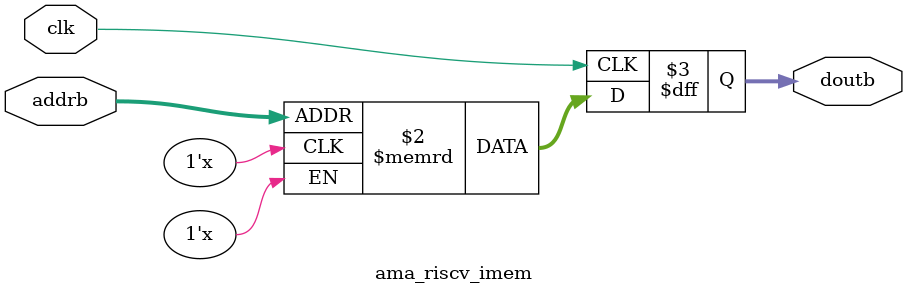
<source format=v>

module ama_riscv_imem (
    input  wire        clk,
    input  wire [13:0] addrb,
    output reg  [31:0] doutb
);

reg  [31:0] mem[16384-1:0];
    
// imem read
always @(posedge clk) begin
    doutb <= mem[addrb];
end

endmodule

</source>
